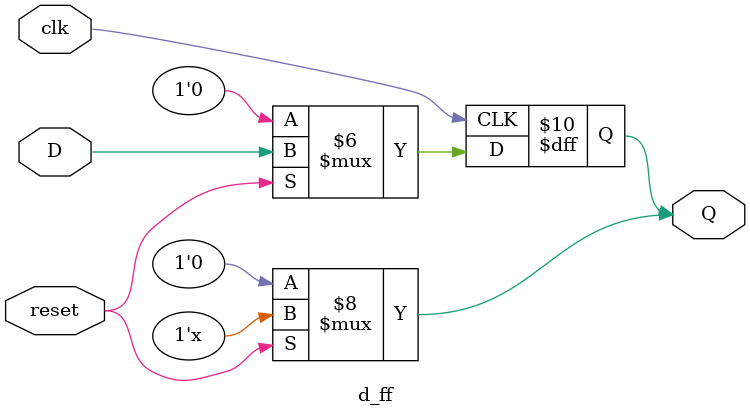
<source format=v>
module d_ff(clk, reset, D, Q);
	input clk, reset, D;
	output reg Q;

	always @(reset)
		if(!reset)
			Q <= 0;

	always @(posedge clk) begin
		if(!reset)
			Q <= 0;
		else
			Q <= D;
	end
endmodule

</source>
